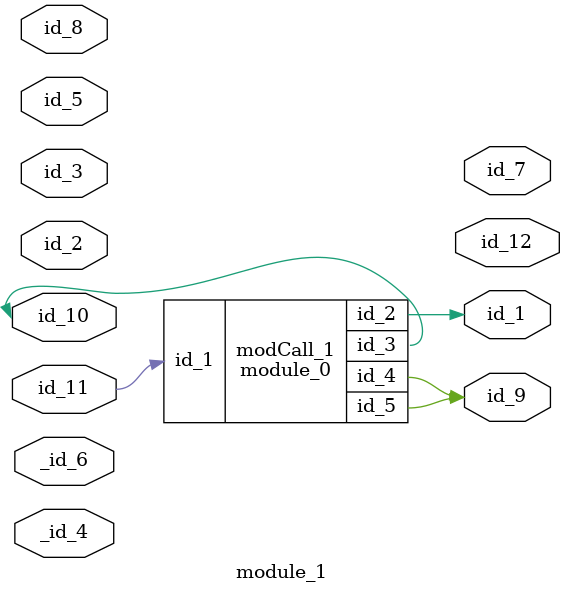
<source format=v>
module module_0 (
    id_1,
    id_2,
    id_3,
    id_4,
    id_5
);
  output wire id_5;
  output wire id_4;
  output wire id_3;
  output wire id_2;
  input wire id_1;
  assign id_5 = id_1;
endmodule
module module_1 #(
    parameter id_4 = 32'd72,
    parameter id_6 = 32'd36
) (
    id_1,
    id_2,
    id_3,
    _id_4,
    id_5,
    _id_6,
    id_7,
    id_8,
    id_9,
    id_10,
    id_11,
    id_12
);
  output wire id_12;
  input wire id_11;
  inout wire id_10;
  output wire id_9;
  inout wire id_8;
  output wire id_7;
  inout wire _id_6;
  input wire id_5;
  module_0 modCall_1 (
      id_11,
      id_1,
      id_10,
      id_9,
      id_9
  );
  input wire _id_4;
  input wire id_3;
  inout wire id_2;
  output wire id_1;
  wire [id_6  ?  1 : 1 : id_4] id_13;
endmodule

</source>
